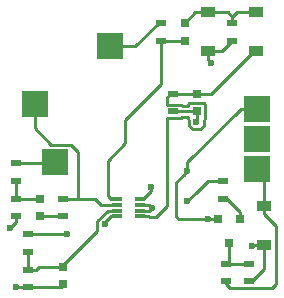
<source format=gtl>
G04 #@! TF.FileFunction,Copper,L1,Top,Signal*
%FSLAX46Y46*%
G04 Gerber Fmt 4.6, Leading zero omitted, Abs format (unit mm)*
G04 Created by KiCad (PCBNEW 4.0.4+e1-6308~48~ubuntu16.04.1-stable) date Thu Nov  3 23:15:19 2016*
%MOMM*%
%LPD*%
G01*
G04 APERTURE LIST*
%ADD10C,0.100000*%
%ADD11R,0.750000X0.800000*%
%ADD12R,1.220000X0.910000*%
%ADD13R,0.800100X0.800100*%
%ADD14R,0.900000X0.500000*%
%ADD15R,2.235200X2.235200*%
%ADD16R,0.850000X0.300000*%
%ADD17C,0.600000*%
%ADD18C,0.250000*%
G04 APERTURE END LIST*
D10*
D11*
X176000000Y-66250000D03*
X176000000Y-64750000D03*
X178000000Y-70500000D03*
X178000000Y-72000000D03*
X188275200Y-49851600D03*
X188275200Y-51351600D03*
X189275200Y-57351600D03*
X189275200Y-55851600D03*
D12*
X190275200Y-48966600D03*
X190275200Y-52236600D03*
X194275200Y-52236600D03*
X194275200Y-48966600D03*
X195000000Y-65365000D03*
X195000000Y-68635000D03*
D13*
X192950000Y-66499240D03*
X191050000Y-66499240D03*
X192000000Y-68498220D03*
D14*
X174000000Y-61750000D03*
X174000000Y-63250000D03*
X174000000Y-64750000D03*
X174000000Y-66250000D03*
X175000000Y-67750000D03*
X175000000Y-69250000D03*
X175000000Y-70750000D03*
X175000000Y-72250000D03*
X178000000Y-64750000D03*
X178000000Y-66250000D03*
X186275200Y-51351600D03*
X186275200Y-49851600D03*
X192275200Y-49851600D03*
X192275200Y-51351600D03*
X187275200Y-55851600D03*
X187275200Y-57351600D03*
X191500000Y-64750000D03*
X191500000Y-63250000D03*
X193750000Y-70250000D03*
X193750000Y-71750000D03*
X191750000Y-70250000D03*
X191750000Y-71750000D03*
D15*
X194360800Y-59690000D03*
X177241200Y-61620400D03*
X194360800Y-57150000D03*
X194360800Y-62230000D03*
D16*
X182550000Y-64750000D03*
X182550000Y-65250000D03*
X182550000Y-65750000D03*
X182550000Y-66250000D03*
X184450000Y-66250000D03*
X184450000Y-65750000D03*
X184450000Y-65250000D03*
X184450000Y-64750000D03*
D15*
X175550000Y-56700000D03*
X181950000Y-51850000D03*
D17*
X181554480Y-66903165D03*
X174000000Y-72250000D03*
X173500000Y-67250000D03*
X194000000Y-68750000D03*
X190500000Y-53250000D03*
X189250000Y-58250000D03*
X188500000Y-62420000D03*
X185374990Y-63779513D03*
X178258003Y-67739757D03*
X190250000Y-66500000D03*
X188500000Y-64960000D03*
X185500000Y-65500000D03*
D18*
X190275200Y-48966600D02*
X189160200Y-48966600D01*
X189160200Y-48966600D02*
X188275200Y-49851600D01*
X192275200Y-49851600D02*
X192275200Y-49351600D01*
X192275200Y-49351600D02*
X191890200Y-48966600D01*
X191890200Y-48966600D02*
X191135200Y-48966600D01*
X191135200Y-48966600D02*
X190275200Y-48966600D01*
X194275200Y-48966600D02*
X192660200Y-48966600D01*
X192660200Y-48966600D02*
X192275200Y-49351600D01*
X182550000Y-64750000D02*
X182000000Y-64750000D01*
X182000000Y-64750000D02*
X181750000Y-64500000D01*
X181750000Y-64500000D02*
X181750000Y-61550000D01*
X181750000Y-61550000D02*
X183250000Y-60050000D01*
X183250000Y-60050000D02*
X183250000Y-58079802D01*
X183250000Y-58079802D02*
X186275200Y-55054602D01*
X186275200Y-55054602D02*
X186275200Y-51351600D01*
X188275200Y-51351600D02*
X186275200Y-51351600D01*
X181554480Y-66903165D02*
X181554480Y-66695520D01*
X181554480Y-66695520D02*
X182000000Y-66250000D01*
X182000000Y-66250000D02*
X182275000Y-66250000D01*
X182275000Y-66250000D02*
X182550000Y-66250000D01*
X175000000Y-72250000D02*
X174000000Y-72250000D01*
X175000000Y-72250000D02*
X177750000Y-72250000D01*
X177750000Y-72250000D02*
X178000000Y-72000000D01*
X174000000Y-66750000D02*
X173500000Y-67250000D01*
X174000000Y-66250000D02*
X174000000Y-66750000D01*
X195000000Y-68635000D02*
X194115000Y-68635000D01*
X194115000Y-68635000D02*
X194000000Y-68750000D01*
X195000000Y-68635000D02*
X195000000Y-70700000D01*
X195000000Y-70700000D02*
X193950000Y-71750000D01*
X193950000Y-71750000D02*
X193750000Y-71750000D01*
X190275200Y-52236600D02*
X190275200Y-53025200D01*
X190275200Y-53025200D02*
X190500000Y-53250000D01*
X190275200Y-52236600D02*
X191390200Y-52236600D01*
X191390200Y-52236600D02*
X192275200Y-51351600D01*
X189275200Y-57351600D02*
X189275200Y-58224800D01*
X189275200Y-58224800D02*
X189250000Y-58250000D01*
X189275200Y-57351600D02*
X187275200Y-57351600D01*
X195000000Y-65365000D02*
X195000000Y-62869200D01*
X195000000Y-62869200D02*
X194360800Y-62230000D01*
X196000000Y-72000000D02*
X196000000Y-67070000D01*
X196000000Y-67070000D02*
X195000000Y-66070000D01*
X195000000Y-66070000D02*
X195000000Y-65365000D01*
X195674999Y-72325001D02*
X196000000Y-72000000D01*
X191750000Y-72000000D02*
X192075001Y-72325001D01*
X192075001Y-72325001D02*
X195674999Y-72325001D01*
X191750000Y-71750000D02*
X191750000Y-72000000D01*
X187550000Y-66300000D02*
X187550000Y-63370000D01*
X187550000Y-63370000D02*
X188200001Y-62719999D01*
X188200001Y-62719999D02*
X188500000Y-62420000D01*
X187750000Y-66500000D02*
X187550000Y-66300000D01*
X190250000Y-66500000D02*
X187750000Y-66500000D01*
X184725000Y-64750000D02*
X185374990Y-64100010D01*
X184450000Y-64750000D02*
X184725000Y-64750000D01*
X185374990Y-64100010D02*
X185374990Y-63779513D01*
X178247760Y-67750000D02*
X178258003Y-67739757D01*
X175000000Y-67750000D02*
X178247760Y-67750000D01*
X191050000Y-66499240D02*
X190250760Y-66499240D01*
X190250760Y-66499240D02*
X190250000Y-66500000D01*
X194360800Y-57150000D02*
X192993200Y-57150000D01*
X192993200Y-57150000D02*
X188500000Y-61643200D01*
X188500000Y-61643200D02*
X188500000Y-62420000D01*
X174000000Y-61750000D02*
X177241200Y-61750000D01*
X176000000Y-66250000D02*
X178000000Y-66250000D01*
X174000000Y-64750000D02*
X174000000Y-63250000D01*
X176000000Y-64750000D02*
X174000000Y-64750000D01*
X182550000Y-65750000D02*
X181750000Y-65750000D01*
X181750000Y-65750000D02*
X180880000Y-66620000D01*
X180880000Y-66620000D02*
X180880000Y-67500000D01*
X180880000Y-67500000D02*
X178000000Y-70380000D01*
X178000000Y-70380000D02*
X178000000Y-70500000D01*
X175000000Y-70750000D02*
X175700000Y-70750000D01*
X175700000Y-70750000D02*
X175950000Y-70500000D01*
X175950000Y-70500000D02*
X177375000Y-70500000D01*
X177375000Y-70500000D02*
X178000000Y-70500000D01*
X175000000Y-70750000D02*
X175000000Y-69250000D01*
X187275200Y-55851600D02*
X187075200Y-55851600D01*
X186751158Y-56776599D02*
X187985201Y-56776599D01*
X185849899Y-66251998D02*
X185251998Y-66251998D01*
X189975201Y-56691599D02*
X189975201Y-58011601D01*
X189975201Y-58011601D02*
X189910201Y-58076601D01*
X188640199Y-56626599D02*
X189910201Y-56626599D01*
X187075200Y-55851600D02*
X186751158Y-56175642D01*
X186751158Y-56175642D02*
X186751158Y-56776599D01*
X187985201Y-56776599D02*
X188050201Y-56841599D01*
X188575199Y-57801610D02*
X188050201Y-57801610D01*
X188050201Y-56841599D02*
X188050201Y-56901590D01*
X188949999Y-58875001D02*
X188624999Y-58550001D01*
X188050201Y-56901590D02*
X188575199Y-56901590D01*
X188575199Y-56901590D02*
X188575199Y-56691599D01*
X188575199Y-56691599D02*
X188640199Y-56626599D01*
X189910201Y-56626599D02*
X189975201Y-56691599D01*
X189910201Y-58076601D02*
X189875001Y-58076601D01*
X189875001Y-58076601D02*
X189875001Y-58550001D01*
X189875001Y-58550001D02*
X189550001Y-58875001D01*
X186751158Y-65350739D02*
X185849899Y-66251998D01*
X185250000Y-66250000D02*
X184450000Y-66250000D01*
X189550001Y-58875001D02*
X188949999Y-58875001D01*
X185251998Y-66251998D02*
X185250000Y-66250000D01*
X188624999Y-58550001D02*
X188624999Y-58061401D01*
X188624999Y-58061401D02*
X188575199Y-58011601D01*
X188050201Y-57861601D02*
X187985201Y-57926601D01*
X188575199Y-58011601D02*
X188575199Y-57801610D01*
X188050201Y-57801610D02*
X188050201Y-57861601D01*
X187985201Y-57926601D02*
X186751158Y-57926601D01*
X186751158Y-57926601D02*
X186751158Y-65350739D01*
X189275200Y-55851600D02*
X190505200Y-55851600D01*
X190505200Y-55851600D02*
X194120200Y-52236600D01*
X194120200Y-52236600D02*
X194275200Y-52236600D01*
X187275200Y-55851600D02*
X189275200Y-55851600D01*
X192950000Y-66499240D02*
X192950000Y-65849190D01*
X191850810Y-64750000D02*
X191500000Y-64750000D01*
X192950000Y-65849190D02*
X191850810Y-64750000D01*
X192000000Y-68498220D02*
X192000000Y-70000000D01*
X192000000Y-70000000D02*
X191750000Y-70250000D01*
X191750000Y-70250000D02*
X193750000Y-70250000D01*
X184450000Y-65750000D02*
X185250000Y-65750000D01*
X185250000Y-65750000D02*
X185500000Y-65500000D01*
X184450000Y-65250000D02*
X185250000Y-65250000D01*
X185250000Y-65250000D02*
X185500000Y-65500000D01*
X191500000Y-63250000D02*
X190210000Y-63250000D01*
X190210000Y-63250000D02*
X189299999Y-64160001D01*
X189299999Y-64160001D02*
X188500000Y-64960000D01*
X175550000Y-56700000D02*
X175550000Y-58774800D01*
X175550000Y-58774800D02*
X176952999Y-60177799D01*
X176952999Y-60177799D02*
X178677799Y-60177799D01*
X178677799Y-60177799D02*
X179250000Y-60750000D01*
X179250000Y-60750000D02*
X179250000Y-63750000D01*
X179250000Y-63750000D02*
X179250000Y-64750000D01*
X182550000Y-65250000D02*
X181170000Y-65250000D01*
X181170000Y-65250000D02*
X180670000Y-64750000D01*
X180670000Y-64750000D02*
X179250000Y-64750000D01*
X178000000Y-64750000D02*
X179250000Y-64750000D01*
X181950000Y-51850000D02*
X184076800Y-51850000D01*
X184076800Y-51850000D02*
X186075200Y-49851600D01*
X186075200Y-49851600D02*
X186275200Y-49851600D01*
M02*

</source>
